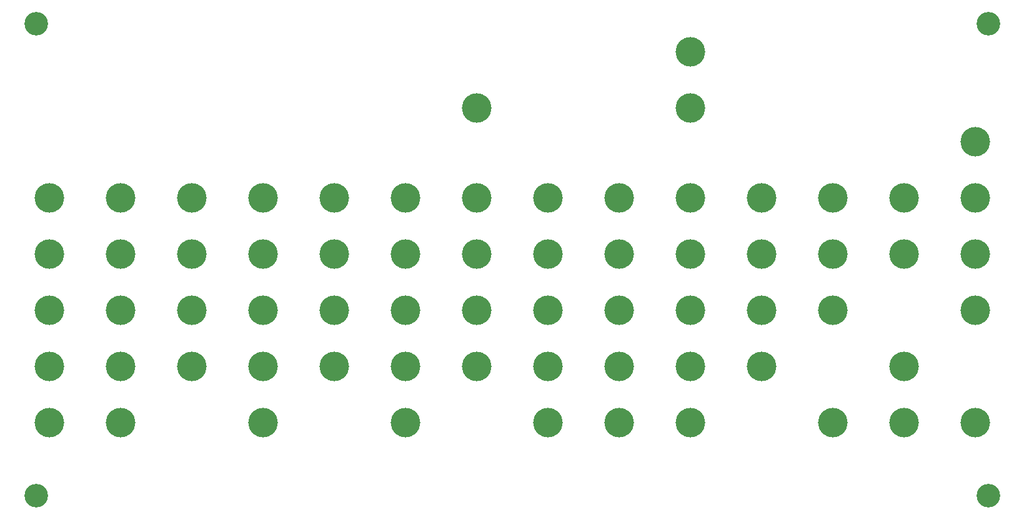
<source format=gts>
G04 #@! TF.GenerationSoftware,KiCad,Pcbnew,8.0.5*
G04 #@! TF.CreationDate,2025-01-19T00:54:09+09:00*
G04 #@! TF.ProjectId,NERD-HPC_CASE_F,4e455244-2d48-4504-935f-434153455f46,rev?*
G04 #@! TF.SameCoordinates,Original*
G04 #@! TF.FileFunction,Soldermask,Top*
G04 #@! TF.FilePolarity,Negative*
%FSLAX46Y46*%
G04 Gerber Fmt 4.6, Leading zero omitted, Abs format (unit mm)*
G04 Created by KiCad (PCBNEW 8.0.5) date 2025-01-19 00:54:09*
%MOMM*%
%LPD*%
G01*
G04 APERTURE LIST*
%ADD10C,4.000000*%
%ADD11C,3.200000*%
G04 APERTURE END LIST*
D10*
X191566000Y-95204000D03*
X75742000Y-118064000D03*
X143306000Y-110444000D03*
X95046000Y-87584000D03*
X143306000Y-87584000D03*
X172262000Y-110444000D03*
X172262000Y-95204000D03*
X201218000Y-102824000D03*
D11*
X203000000Y-128000000D03*
D10*
X181914000Y-118064000D03*
X85394000Y-118064000D03*
X114350000Y-102824000D03*
X201218000Y-95204000D03*
X201218000Y-87584000D03*
X162610000Y-110444000D03*
X124002000Y-95204000D03*
X162610000Y-118064000D03*
X152958000Y-118064000D03*
X191566000Y-87584000D03*
X104698000Y-87584000D03*
D11*
X203000000Y-64000000D03*
D10*
X172262000Y-87584000D03*
X162610000Y-95204000D03*
X114350000Y-110444000D03*
X85394000Y-95204000D03*
X104698000Y-118064000D03*
X75742000Y-110444000D03*
X85394000Y-110444000D03*
X133654000Y-95204000D03*
D11*
X74000000Y-128000000D03*
D10*
X133654000Y-110444000D03*
X95046000Y-95204000D03*
X201218000Y-118064000D03*
D11*
X74000000Y-64000000D03*
D10*
X104698000Y-95204000D03*
X133654000Y-87584000D03*
X172262000Y-102824000D03*
X124002000Y-118064000D03*
X85394000Y-102824000D03*
X162610000Y-87584000D03*
X191566000Y-118064000D03*
X75742000Y-87584000D03*
X114350000Y-87584000D03*
X75742000Y-95204000D03*
X191566000Y-110444000D03*
X124002000Y-102824000D03*
X75742000Y-102824000D03*
X201218000Y-79964000D03*
X162610000Y-102824000D03*
X162610000Y-75392000D03*
X181914000Y-102824000D03*
X152958000Y-110444000D03*
X143306000Y-102824000D03*
X152958000Y-87584000D03*
X152958000Y-102824000D03*
X143306000Y-118064000D03*
X124002000Y-110444000D03*
X85394000Y-87584000D03*
X104698000Y-110444000D03*
X181914000Y-87584000D03*
X95046000Y-110444000D03*
X143306000Y-95204000D03*
X133654000Y-102824000D03*
X95046000Y-102824000D03*
X181914000Y-95204000D03*
X152958000Y-95204000D03*
X133654000Y-75392000D03*
X162610000Y-67772000D03*
X104698000Y-102824000D03*
X114350000Y-95204000D03*
X124002000Y-87584000D03*
M02*

</source>
